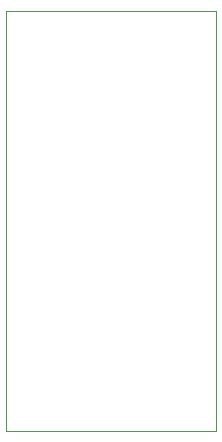
<source format=gbr>
%TF.GenerationSoftware,KiCad,Pcbnew,9.0.1*%
%TF.CreationDate,2025-06-21T09:46:44+01:00*%
%TF.ProjectId,SerialULA,53657269-616c-4554-9c41-2e6b69636164,02*%
%TF.SameCoordinates,Original*%
%TF.FileFunction,Profile,NP*%
%FSLAX46Y46*%
G04 Gerber Fmt 4.6, Leading zero omitted, Abs format (unit mm)*
G04 Created by KiCad (PCBNEW 9.0.1) date 2025-06-21 09:46:44*
%MOMM*%
%LPD*%
G01*
G04 APERTURE LIST*
%TA.AperFunction,Profile*%
%ADD10C,0.100000*%
%TD*%
G04 APERTURE END LIST*
D10*
X76713000Y-38603000D02*
X94493000Y-38603000D01*
X94493000Y-74163000D01*
X76713000Y-74163000D01*
X76713000Y-38603000D01*
M02*

</source>
